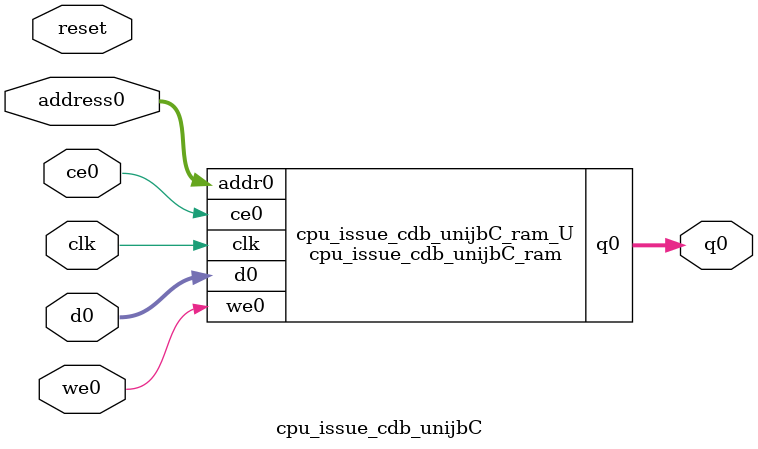
<source format=v>

`timescale 1 ns / 1 ps
module cpu_issue_cdb_unijbC_ram (addr0, ce0, d0, we0, q0,  clk);

parameter DWIDTH = 8;
parameter AWIDTH = 2;
parameter MEM_SIZE = 4;

input[AWIDTH-1:0] addr0;
input ce0;
input[DWIDTH-1:0] d0;
input we0;
output reg[DWIDTH-1:0] q0;
input clk;

(* ram_style = "distributed" *)reg [DWIDTH-1:0] ram[0:MEM_SIZE-1];




always @(posedge clk)  
begin 
    if (ce0) 
    begin
        if (we0) 
        begin 
            ram[addr0] <= d0; 
            q0 <= d0;
        end 
        else 
            q0 <= ram[addr0];
    end
end


endmodule


`timescale 1 ns / 1 ps
module cpu_issue_cdb_unijbC(
    reset,
    clk,
    address0,
    ce0,
    we0,
    d0,
    q0);

parameter DataWidth = 32'd8;
parameter AddressRange = 32'd4;
parameter AddressWidth = 32'd2;
input reset;
input clk;
input[AddressWidth - 1:0] address0;
input ce0;
input we0;
input[DataWidth - 1:0] d0;
output[DataWidth - 1:0] q0;



cpu_issue_cdb_unijbC_ram cpu_issue_cdb_unijbC_ram_U(
    .clk( clk ),
    .addr0( address0 ),
    .ce0( ce0 ),
    .we0( we0 ),
    .d0( d0 ),
    .q0( q0 ));

endmodule


</source>
